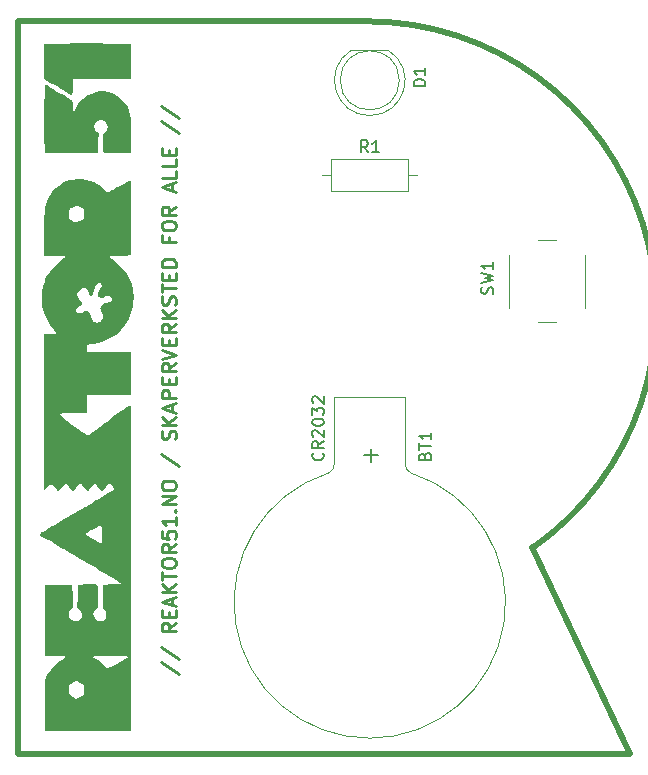
<source format=gbr>
%TF.GenerationSoftware,KiCad,Pcbnew,8.0.1-8.0.1-0~ubuntu20.04.1*%
%TF.CreationDate,2024-04-11T23:30:55+02:00*%
%TF.ProjectId,reaktor51_led,7265616b-746f-4723-9531-5f6c65642e6b,rev?*%
%TF.SameCoordinates,Original*%
%TF.FileFunction,Legend,Top*%
%TF.FilePolarity,Positive*%
%FSLAX46Y46*%
G04 Gerber Fmt 4.6, Leading zero omitted, Abs format (unit mm)*
G04 Created by KiCad (PCBNEW 8.0.1-8.0.1-0~ubuntu20.04.1) date 2024-04-11 23:30:55*
%MOMM*%
%LPD*%
G01*
G04 APERTURE LIST*
%ADD10C,0.500000*%
%ADD11C,0.200000*%
%ADD12C,0.220000*%
%ADD13C,0.150000*%
%ADD14C,0.120000*%
%ADD15C,0.000000*%
G04 APERTURE END LIST*
D10*
X183250000Y-108500000D02*
X174999856Y-91000068D01*
X161000000Y-46500000D02*
G75*
G02*
X175049828Y-91071182I0J-24500000D01*
G01*
X131500000Y-108500000D02*
X183250000Y-108500000D01*
X131500000Y-46500000D02*
X161000000Y-46500000D01*
X131500000Y-108500000D02*
X131500000Y-46500000D01*
D11*
X157271980Y-83058898D02*
X157319600Y-83106517D01*
X157319600Y-83106517D02*
X157367219Y-83249374D01*
X157367219Y-83249374D02*
X157367219Y-83344612D01*
X157367219Y-83344612D02*
X157319600Y-83487469D01*
X157319600Y-83487469D02*
X157224361Y-83582707D01*
X157224361Y-83582707D02*
X157129123Y-83630326D01*
X157129123Y-83630326D02*
X156938647Y-83677945D01*
X156938647Y-83677945D02*
X156795790Y-83677945D01*
X156795790Y-83677945D02*
X156605314Y-83630326D01*
X156605314Y-83630326D02*
X156510076Y-83582707D01*
X156510076Y-83582707D02*
X156414838Y-83487469D01*
X156414838Y-83487469D02*
X156367219Y-83344612D01*
X156367219Y-83344612D02*
X156367219Y-83249374D01*
X156367219Y-83249374D02*
X156414838Y-83106517D01*
X156414838Y-83106517D02*
X156462457Y-83058898D01*
X157367219Y-82058898D02*
X156891028Y-82392231D01*
X157367219Y-82630326D02*
X156367219Y-82630326D01*
X156367219Y-82630326D02*
X156367219Y-82249374D01*
X156367219Y-82249374D02*
X156414838Y-82154136D01*
X156414838Y-82154136D02*
X156462457Y-82106517D01*
X156462457Y-82106517D02*
X156557695Y-82058898D01*
X156557695Y-82058898D02*
X156700552Y-82058898D01*
X156700552Y-82058898D02*
X156795790Y-82106517D01*
X156795790Y-82106517D02*
X156843409Y-82154136D01*
X156843409Y-82154136D02*
X156891028Y-82249374D01*
X156891028Y-82249374D02*
X156891028Y-82630326D01*
X156462457Y-81677945D02*
X156414838Y-81630326D01*
X156414838Y-81630326D02*
X156367219Y-81535088D01*
X156367219Y-81535088D02*
X156367219Y-81296993D01*
X156367219Y-81296993D02*
X156414838Y-81201755D01*
X156414838Y-81201755D02*
X156462457Y-81154136D01*
X156462457Y-81154136D02*
X156557695Y-81106517D01*
X156557695Y-81106517D02*
X156652933Y-81106517D01*
X156652933Y-81106517D02*
X156795790Y-81154136D01*
X156795790Y-81154136D02*
X157367219Y-81725564D01*
X157367219Y-81725564D02*
X157367219Y-81106517D01*
X156367219Y-80487469D02*
X156367219Y-80392231D01*
X156367219Y-80392231D02*
X156414838Y-80296993D01*
X156414838Y-80296993D02*
X156462457Y-80249374D01*
X156462457Y-80249374D02*
X156557695Y-80201755D01*
X156557695Y-80201755D02*
X156748171Y-80154136D01*
X156748171Y-80154136D02*
X156986266Y-80154136D01*
X156986266Y-80154136D02*
X157176742Y-80201755D01*
X157176742Y-80201755D02*
X157271980Y-80249374D01*
X157271980Y-80249374D02*
X157319600Y-80296993D01*
X157319600Y-80296993D02*
X157367219Y-80392231D01*
X157367219Y-80392231D02*
X157367219Y-80487469D01*
X157367219Y-80487469D02*
X157319600Y-80582707D01*
X157319600Y-80582707D02*
X157271980Y-80630326D01*
X157271980Y-80630326D02*
X157176742Y-80677945D01*
X157176742Y-80677945D02*
X156986266Y-80725564D01*
X156986266Y-80725564D02*
X156748171Y-80725564D01*
X156748171Y-80725564D02*
X156557695Y-80677945D01*
X156557695Y-80677945D02*
X156462457Y-80630326D01*
X156462457Y-80630326D02*
X156414838Y-80582707D01*
X156414838Y-80582707D02*
X156367219Y-80487469D01*
X156367219Y-79820802D02*
X156367219Y-79201755D01*
X156367219Y-79201755D02*
X156748171Y-79535088D01*
X156748171Y-79535088D02*
X156748171Y-79392231D01*
X156748171Y-79392231D02*
X156795790Y-79296993D01*
X156795790Y-79296993D02*
X156843409Y-79249374D01*
X156843409Y-79249374D02*
X156938647Y-79201755D01*
X156938647Y-79201755D02*
X157176742Y-79201755D01*
X157176742Y-79201755D02*
X157271980Y-79249374D01*
X157271980Y-79249374D02*
X157319600Y-79296993D01*
X157319600Y-79296993D02*
X157367219Y-79392231D01*
X157367219Y-79392231D02*
X157367219Y-79677945D01*
X157367219Y-79677945D02*
X157319600Y-79773183D01*
X157319600Y-79773183D02*
X157271980Y-79820802D01*
X156462457Y-78820802D02*
X156414838Y-78773183D01*
X156414838Y-78773183D02*
X156367219Y-78677945D01*
X156367219Y-78677945D02*
X156367219Y-78439850D01*
X156367219Y-78439850D02*
X156414838Y-78344612D01*
X156414838Y-78344612D02*
X156462457Y-78296993D01*
X156462457Y-78296993D02*
X156557695Y-78249374D01*
X156557695Y-78249374D02*
X156652933Y-78249374D01*
X156652933Y-78249374D02*
X156795790Y-78296993D01*
X156795790Y-78296993D02*
X157367219Y-78868421D01*
X157367219Y-78868421D02*
X157367219Y-78249374D01*
D12*
X143584560Y-100712406D02*
X145127417Y-101740978D01*
X143584560Y-99455263D02*
X145127417Y-100483835D01*
X144841702Y-97455263D02*
X144270274Y-97855263D01*
X144841702Y-98140977D02*
X143641702Y-98140977D01*
X143641702Y-98140977D02*
X143641702Y-97683834D01*
X143641702Y-97683834D02*
X143698845Y-97569549D01*
X143698845Y-97569549D02*
X143755988Y-97512406D01*
X143755988Y-97512406D02*
X143870274Y-97455263D01*
X143870274Y-97455263D02*
X144041702Y-97455263D01*
X144041702Y-97455263D02*
X144155988Y-97512406D01*
X144155988Y-97512406D02*
X144213131Y-97569549D01*
X144213131Y-97569549D02*
X144270274Y-97683834D01*
X144270274Y-97683834D02*
X144270274Y-98140977D01*
X144213131Y-96940977D02*
X144213131Y-96540977D01*
X144841702Y-96369549D02*
X144841702Y-96940977D01*
X144841702Y-96940977D02*
X143641702Y-96940977D01*
X143641702Y-96940977D02*
X143641702Y-96369549D01*
X144498845Y-95912406D02*
X144498845Y-95340978D01*
X144841702Y-96026692D02*
X143641702Y-95626692D01*
X143641702Y-95626692D02*
X144841702Y-95226692D01*
X144841702Y-94826692D02*
X143641702Y-94826692D01*
X144841702Y-94140978D02*
X144155988Y-94655264D01*
X143641702Y-94140978D02*
X144327417Y-94826692D01*
X143641702Y-93798121D02*
X143641702Y-93112407D01*
X144841702Y-93455264D02*
X143641702Y-93455264D01*
X143641702Y-92483835D02*
X143641702Y-92255263D01*
X143641702Y-92255263D02*
X143698845Y-92140978D01*
X143698845Y-92140978D02*
X143813131Y-92026692D01*
X143813131Y-92026692D02*
X144041702Y-91969549D01*
X144041702Y-91969549D02*
X144441702Y-91969549D01*
X144441702Y-91969549D02*
X144670274Y-92026692D01*
X144670274Y-92026692D02*
X144784560Y-92140978D01*
X144784560Y-92140978D02*
X144841702Y-92255263D01*
X144841702Y-92255263D02*
X144841702Y-92483835D01*
X144841702Y-92483835D02*
X144784560Y-92598121D01*
X144784560Y-92598121D02*
X144670274Y-92712406D01*
X144670274Y-92712406D02*
X144441702Y-92769549D01*
X144441702Y-92769549D02*
X144041702Y-92769549D01*
X144041702Y-92769549D02*
X143813131Y-92712406D01*
X143813131Y-92712406D02*
X143698845Y-92598121D01*
X143698845Y-92598121D02*
X143641702Y-92483835D01*
X144841702Y-90769549D02*
X144270274Y-91169549D01*
X144841702Y-91455263D02*
X143641702Y-91455263D01*
X143641702Y-91455263D02*
X143641702Y-90998120D01*
X143641702Y-90998120D02*
X143698845Y-90883835D01*
X143698845Y-90883835D02*
X143755988Y-90826692D01*
X143755988Y-90826692D02*
X143870274Y-90769549D01*
X143870274Y-90769549D02*
X144041702Y-90769549D01*
X144041702Y-90769549D02*
X144155988Y-90826692D01*
X144155988Y-90826692D02*
X144213131Y-90883835D01*
X144213131Y-90883835D02*
X144270274Y-90998120D01*
X144270274Y-90998120D02*
X144270274Y-91455263D01*
X143641702Y-89683835D02*
X143641702Y-90255263D01*
X143641702Y-90255263D02*
X144213131Y-90312406D01*
X144213131Y-90312406D02*
X144155988Y-90255263D01*
X144155988Y-90255263D02*
X144098845Y-90140978D01*
X144098845Y-90140978D02*
X144098845Y-89855263D01*
X144098845Y-89855263D02*
X144155988Y-89740978D01*
X144155988Y-89740978D02*
X144213131Y-89683835D01*
X144213131Y-89683835D02*
X144327417Y-89626692D01*
X144327417Y-89626692D02*
X144613131Y-89626692D01*
X144613131Y-89626692D02*
X144727417Y-89683835D01*
X144727417Y-89683835D02*
X144784560Y-89740978D01*
X144784560Y-89740978D02*
X144841702Y-89855263D01*
X144841702Y-89855263D02*
X144841702Y-90140978D01*
X144841702Y-90140978D02*
X144784560Y-90255263D01*
X144784560Y-90255263D02*
X144727417Y-90312406D01*
X144841702Y-88483835D02*
X144841702Y-89169549D01*
X144841702Y-88826692D02*
X143641702Y-88826692D01*
X143641702Y-88826692D02*
X143813131Y-88940978D01*
X143813131Y-88940978D02*
X143927417Y-89055263D01*
X143927417Y-89055263D02*
X143984560Y-89169549D01*
X144727417Y-87969549D02*
X144784560Y-87912406D01*
X144784560Y-87912406D02*
X144841702Y-87969549D01*
X144841702Y-87969549D02*
X144784560Y-88026692D01*
X144784560Y-88026692D02*
X144727417Y-87969549D01*
X144727417Y-87969549D02*
X144841702Y-87969549D01*
X144841702Y-87398120D02*
X143641702Y-87398120D01*
X143641702Y-87398120D02*
X144841702Y-86712406D01*
X144841702Y-86712406D02*
X143641702Y-86712406D01*
X143641702Y-85912406D02*
X143641702Y-85683834D01*
X143641702Y-85683834D02*
X143698845Y-85569549D01*
X143698845Y-85569549D02*
X143813131Y-85455263D01*
X143813131Y-85455263D02*
X144041702Y-85398120D01*
X144041702Y-85398120D02*
X144441702Y-85398120D01*
X144441702Y-85398120D02*
X144670274Y-85455263D01*
X144670274Y-85455263D02*
X144784560Y-85569549D01*
X144784560Y-85569549D02*
X144841702Y-85683834D01*
X144841702Y-85683834D02*
X144841702Y-85912406D01*
X144841702Y-85912406D02*
X144784560Y-86026692D01*
X144784560Y-86026692D02*
X144670274Y-86140977D01*
X144670274Y-86140977D02*
X144441702Y-86198120D01*
X144441702Y-86198120D02*
X144041702Y-86198120D01*
X144041702Y-86198120D02*
X143813131Y-86140977D01*
X143813131Y-86140977D02*
X143698845Y-86026692D01*
X143698845Y-86026692D02*
X143641702Y-85912406D01*
X143584560Y-83112405D02*
X145127417Y-84140977D01*
X144784560Y-81855262D02*
X144841702Y-81683834D01*
X144841702Y-81683834D02*
X144841702Y-81398119D01*
X144841702Y-81398119D02*
X144784560Y-81283834D01*
X144784560Y-81283834D02*
X144727417Y-81226691D01*
X144727417Y-81226691D02*
X144613131Y-81169548D01*
X144613131Y-81169548D02*
X144498845Y-81169548D01*
X144498845Y-81169548D02*
X144384560Y-81226691D01*
X144384560Y-81226691D02*
X144327417Y-81283834D01*
X144327417Y-81283834D02*
X144270274Y-81398119D01*
X144270274Y-81398119D02*
X144213131Y-81626691D01*
X144213131Y-81626691D02*
X144155988Y-81740976D01*
X144155988Y-81740976D02*
X144098845Y-81798119D01*
X144098845Y-81798119D02*
X143984560Y-81855262D01*
X143984560Y-81855262D02*
X143870274Y-81855262D01*
X143870274Y-81855262D02*
X143755988Y-81798119D01*
X143755988Y-81798119D02*
X143698845Y-81740976D01*
X143698845Y-81740976D02*
X143641702Y-81626691D01*
X143641702Y-81626691D02*
X143641702Y-81340976D01*
X143641702Y-81340976D02*
X143698845Y-81169548D01*
X144841702Y-80655262D02*
X143641702Y-80655262D01*
X144841702Y-79969548D02*
X144155988Y-80483834D01*
X143641702Y-79969548D02*
X144327417Y-80655262D01*
X144498845Y-79512405D02*
X144498845Y-78940977D01*
X144841702Y-79626691D02*
X143641702Y-79226691D01*
X143641702Y-79226691D02*
X144841702Y-78826691D01*
X144841702Y-78426691D02*
X143641702Y-78426691D01*
X143641702Y-78426691D02*
X143641702Y-77969548D01*
X143641702Y-77969548D02*
X143698845Y-77855263D01*
X143698845Y-77855263D02*
X143755988Y-77798120D01*
X143755988Y-77798120D02*
X143870274Y-77740977D01*
X143870274Y-77740977D02*
X144041702Y-77740977D01*
X144041702Y-77740977D02*
X144155988Y-77798120D01*
X144155988Y-77798120D02*
X144213131Y-77855263D01*
X144213131Y-77855263D02*
X144270274Y-77969548D01*
X144270274Y-77969548D02*
X144270274Y-78426691D01*
X144213131Y-77226691D02*
X144213131Y-76826691D01*
X144841702Y-76655263D02*
X144841702Y-77226691D01*
X144841702Y-77226691D02*
X143641702Y-77226691D01*
X143641702Y-77226691D02*
X143641702Y-76655263D01*
X144841702Y-75455263D02*
X144270274Y-75855263D01*
X144841702Y-76140977D02*
X143641702Y-76140977D01*
X143641702Y-76140977D02*
X143641702Y-75683834D01*
X143641702Y-75683834D02*
X143698845Y-75569549D01*
X143698845Y-75569549D02*
X143755988Y-75512406D01*
X143755988Y-75512406D02*
X143870274Y-75455263D01*
X143870274Y-75455263D02*
X144041702Y-75455263D01*
X144041702Y-75455263D02*
X144155988Y-75512406D01*
X144155988Y-75512406D02*
X144213131Y-75569549D01*
X144213131Y-75569549D02*
X144270274Y-75683834D01*
X144270274Y-75683834D02*
X144270274Y-76140977D01*
X143641702Y-75112406D02*
X144841702Y-74712406D01*
X144841702Y-74712406D02*
X143641702Y-74312406D01*
X144213131Y-73912406D02*
X144213131Y-73512406D01*
X144841702Y-73340978D02*
X144841702Y-73912406D01*
X144841702Y-73912406D02*
X143641702Y-73912406D01*
X143641702Y-73912406D02*
X143641702Y-73340978D01*
X144841702Y-72140978D02*
X144270274Y-72540978D01*
X144841702Y-72826692D02*
X143641702Y-72826692D01*
X143641702Y-72826692D02*
X143641702Y-72369549D01*
X143641702Y-72369549D02*
X143698845Y-72255264D01*
X143698845Y-72255264D02*
X143755988Y-72198121D01*
X143755988Y-72198121D02*
X143870274Y-72140978D01*
X143870274Y-72140978D02*
X144041702Y-72140978D01*
X144041702Y-72140978D02*
X144155988Y-72198121D01*
X144155988Y-72198121D02*
X144213131Y-72255264D01*
X144213131Y-72255264D02*
X144270274Y-72369549D01*
X144270274Y-72369549D02*
X144270274Y-72826692D01*
X144841702Y-71626692D02*
X143641702Y-71626692D01*
X144841702Y-70940978D02*
X144155988Y-71455264D01*
X143641702Y-70940978D02*
X144327417Y-71626692D01*
X144784560Y-70483835D02*
X144841702Y-70312407D01*
X144841702Y-70312407D02*
X144841702Y-70026692D01*
X144841702Y-70026692D02*
X144784560Y-69912407D01*
X144784560Y-69912407D02*
X144727417Y-69855264D01*
X144727417Y-69855264D02*
X144613131Y-69798121D01*
X144613131Y-69798121D02*
X144498845Y-69798121D01*
X144498845Y-69798121D02*
X144384560Y-69855264D01*
X144384560Y-69855264D02*
X144327417Y-69912407D01*
X144327417Y-69912407D02*
X144270274Y-70026692D01*
X144270274Y-70026692D02*
X144213131Y-70255264D01*
X144213131Y-70255264D02*
X144155988Y-70369549D01*
X144155988Y-70369549D02*
X144098845Y-70426692D01*
X144098845Y-70426692D02*
X143984560Y-70483835D01*
X143984560Y-70483835D02*
X143870274Y-70483835D01*
X143870274Y-70483835D02*
X143755988Y-70426692D01*
X143755988Y-70426692D02*
X143698845Y-70369549D01*
X143698845Y-70369549D02*
X143641702Y-70255264D01*
X143641702Y-70255264D02*
X143641702Y-69969549D01*
X143641702Y-69969549D02*
X143698845Y-69798121D01*
X143641702Y-69455264D02*
X143641702Y-68769550D01*
X144841702Y-69112407D02*
X143641702Y-69112407D01*
X144213131Y-68369549D02*
X144213131Y-67969549D01*
X144841702Y-67798121D02*
X144841702Y-68369549D01*
X144841702Y-68369549D02*
X143641702Y-68369549D01*
X143641702Y-68369549D02*
X143641702Y-67798121D01*
X144841702Y-67283835D02*
X143641702Y-67283835D01*
X143641702Y-67283835D02*
X143641702Y-66998121D01*
X143641702Y-66998121D02*
X143698845Y-66826692D01*
X143698845Y-66826692D02*
X143813131Y-66712407D01*
X143813131Y-66712407D02*
X143927417Y-66655264D01*
X143927417Y-66655264D02*
X144155988Y-66598121D01*
X144155988Y-66598121D02*
X144327417Y-66598121D01*
X144327417Y-66598121D02*
X144555988Y-66655264D01*
X144555988Y-66655264D02*
X144670274Y-66712407D01*
X144670274Y-66712407D02*
X144784560Y-66826692D01*
X144784560Y-66826692D02*
X144841702Y-66998121D01*
X144841702Y-66998121D02*
X144841702Y-67283835D01*
X144213131Y-64769549D02*
X144213131Y-65169549D01*
X144841702Y-65169549D02*
X143641702Y-65169549D01*
X143641702Y-65169549D02*
X143641702Y-64598121D01*
X143641702Y-63912407D02*
X143641702Y-63683835D01*
X143641702Y-63683835D02*
X143698845Y-63569550D01*
X143698845Y-63569550D02*
X143813131Y-63455264D01*
X143813131Y-63455264D02*
X144041702Y-63398121D01*
X144041702Y-63398121D02*
X144441702Y-63398121D01*
X144441702Y-63398121D02*
X144670274Y-63455264D01*
X144670274Y-63455264D02*
X144784560Y-63569550D01*
X144784560Y-63569550D02*
X144841702Y-63683835D01*
X144841702Y-63683835D02*
X144841702Y-63912407D01*
X144841702Y-63912407D02*
X144784560Y-64026693D01*
X144784560Y-64026693D02*
X144670274Y-64140978D01*
X144670274Y-64140978D02*
X144441702Y-64198121D01*
X144441702Y-64198121D02*
X144041702Y-64198121D01*
X144041702Y-64198121D02*
X143813131Y-64140978D01*
X143813131Y-64140978D02*
X143698845Y-64026693D01*
X143698845Y-64026693D02*
X143641702Y-63912407D01*
X144841702Y-62198121D02*
X144270274Y-62598121D01*
X144841702Y-62883835D02*
X143641702Y-62883835D01*
X143641702Y-62883835D02*
X143641702Y-62426692D01*
X143641702Y-62426692D02*
X143698845Y-62312407D01*
X143698845Y-62312407D02*
X143755988Y-62255264D01*
X143755988Y-62255264D02*
X143870274Y-62198121D01*
X143870274Y-62198121D02*
X144041702Y-62198121D01*
X144041702Y-62198121D02*
X144155988Y-62255264D01*
X144155988Y-62255264D02*
X144213131Y-62312407D01*
X144213131Y-62312407D02*
X144270274Y-62426692D01*
X144270274Y-62426692D02*
X144270274Y-62883835D01*
X144498845Y-60826692D02*
X144498845Y-60255264D01*
X144841702Y-60940978D02*
X143641702Y-60540978D01*
X143641702Y-60540978D02*
X144841702Y-60140978D01*
X144841702Y-59169550D02*
X144841702Y-59740978D01*
X144841702Y-59740978D02*
X143641702Y-59740978D01*
X144841702Y-58198121D02*
X144841702Y-58769549D01*
X144841702Y-58769549D02*
X143641702Y-58769549D01*
X144213131Y-57798120D02*
X144213131Y-57398120D01*
X144841702Y-57226692D02*
X144841702Y-57798120D01*
X144841702Y-57798120D02*
X143641702Y-57798120D01*
X143641702Y-57798120D02*
X143641702Y-57226692D01*
X143584560Y-54940977D02*
X145127417Y-55969549D01*
X143584560Y-53683834D02*
X145127417Y-54712406D01*
D13*
X161083333Y-57584819D02*
X160750000Y-57108628D01*
X160511905Y-57584819D02*
X160511905Y-56584819D01*
X160511905Y-56584819D02*
X160892857Y-56584819D01*
X160892857Y-56584819D02*
X160988095Y-56632438D01*
X160988095Y-56632438D02*
X161035714Y-56680057D01*
X161035714Y-56680057D02*
X161083333Y-56775295D01*
X161083333Y-56775295D02*
X161083333Y-56918152D01*
X161083333Y-56918152D02*
X161035714Y-57013390D01*
X161035714Y-57013390D02*
X160988095Y-57061009D01*
X160988095Y-57061009D02*
X160892857Y-57108628D01*
X160892857Y-57108628D02*
X160511905Y-57108628D01*
X162035714Y-57584819D02*
X161464286Y-57584819D01*
X161750000Y-57584819D02*
X161750000Y-56584819D01*
X161750000Y-56584819D02*
X161654762Y-56727676D01*
X161654762Y-56727676D02*
X161559524Y-56822914D01*
X161559524Y-56822914D02*
X161464286Y-56870533D01*
X171657200Y-69583332D02*
X171704819Y-69440475D01*
X171704819Y-69440475D02*
X171704819Y-69202380D01*
X171704819Y-69202380D02*
X171657200Y-69107142D01*
X171657200Y-69107142D02*
X171609580Y-69059523D01*
X171609580Y-69059523D02*
X171514342Y-69011904D01*
X171514342Y-69011904D02*
X171419104Y-69011904D01*
X171419104Y-69011904D02*
X171323866Y-69059523D01*
X171323866Y-69059523D02*
X171276247Y-69107142D01*
X171276247Y-69107142D02*
X171228628Y-69202380D01*
X171228628Y-69202380D02*
X171181009Y-69392856D01*
X171181009Y-69392856D02*
X171133390Y-69488094D01*
X171133390Y-69488094D02*
X171085771Y-69535713D01*
X171085771Y-69535713D02*
X170990533Y-69583332D01*
X170990533Y-69583332D02*
X170895295Y-69583332D01*
X170895295Y-69583332D02*
X170800057Y-69535713D01*
X170800057Y-69535713D02*
X170752438Y-69488094D01*
X170752438Y-69488094D02*
X170704819Y-69392856D01*
X170704819Y-69392856D02*
X170704819Y-69154761D01*
X170704819Y-69154761D02*
X170752438Y-69011904D01*
X170704819Y-68678570D02*
X171704819Y-68440475D01*
X171704819Y-68440475D02*
X170990533Y-68249999D01*
X170990533Y-68249999D02*
X171704819Y-68059523D01*
X171704819Y-68059523D02*
X170704819Y-67821428D01*
X171704819Y-66916666D02*
X171704819Y-67488094D01*
X171704819Y-67202380D02*
X170704819Y-67202380D01*
X170704819Y-67202380D02*
X170847676Y-67297618D01*
X170847676Y-67297618D02*
X170942914Y-67392856D01*
X170942914Y-67392856D02*
X170990533Y-67488094D01*
X165954819Y-51988094D02*
X164954819Y-51988094D01*
X164954819Y-51988094D02*
X164954819Y-51749999D01*
X164954819Y-51749999D02*
X165002438Y-51607142D01*
X165002438Y-51607142D02*
X165097676Y-51511904D01*
X165097676Y-51511904D02*
X165192914Y-51464285D01*
X165192914Y-51464285D02*
X165383390Y-51416666D01*
X165383390Y-51416666D02*
X165526247Y-51416666D01*
X165526247Y-51416666D02*
X165716723Y-51464285D01*
X165716723Y-51464285D02*
X165811961Y-51511904D01*
X165811961Y-51511904D02*
X165907200Y-51607142D01*
X165907200Y-51607142D02*
X165954819Y-51749999D01*
X165954819Y-51749999D02*
X165954819Y-51988094D01*
X165954819Y-50464285D02*
X165954819Y-51035713D01*
X165954819Y-50749999D02*
X164954819Y-50749999D01*
X164954819Y-50749999D02*
X165097676Y-50845237D01*
X165097676Y-50845237D02*
X165192914Y-50940475D01*
X165192914Y-50940475D02*
X165240533Y-51035713D01*
X165931009Y-83285714D02*
X165978628Y-83142857D01*
X165978628Y-83142857D02*
X166026247Y-83095238D01*
X166026247Y-83095238D02*
X166121485Y-83047619D01*
X166121485Y-83047619D02*
X166264342Y-83047619D01*
X166264342Y-83047619D02*
X166359580Y-83095238D01*
X166359580Y-83095238D02*
X166407200Y-83142857D01*
X166407200Y-83142857D02*
X166454819Y-83238095D01*
X166454819Y-83238095D02*
X166454819Y-83619047D01*
X166454819Y-83619047D02*
X165454819Y-83619047D01*
X165454819Y-83619047D02*
X165454819Y-83285714D01*
X165454819Y-83285714D02*
X165502438Y-83190476D01*
X165502438Y-83190476D02*
X165550057Y-83142857D01*
X165550057Y-83142857D02*
X165645295Y-83095238D01*
X165645295Y-83095238D02*
X165740533Y-83095238D01*
X165740533Y-83095238D02*
X165835771Y-83142857D01*
X165835771Y-83142857D02*
X165883390Y-83190476D01*
X165883390Y-83190476D02*
X165931009Y-83285714D01*
X165931009Y-83285714D02*
X165931009Y-83619047D01*
X165454819Y-82761904D02*
X165454819Y-82190476D01*
X166454819Y-82476190D02*
X165454819Y-82476190D01*
X166454819Y-81333333D02*
X166454819Y-81904761D01*
X166454819Y-81619047D02*
X165454819Y-81619047D01*
X165454819Y-81619047D02*
X165597676Y-81714285D01*
X165597676Y-81714285D02*
X165692914Y-81809523D01*
X165692914Y-81809523D02*
X165740533Y-81904761D01*
X161364700Y-83821428D02*
X161364700Y-82678571D01*
X161936128Y-83249999D02*
X160793271Y-83249999D01*
D14*
%TO.C,R1*%
X164520000Y-58130000D02*
X157980000Y-58130000D01*
X157980000Y-60870000D02*
X164520000Y-60870000D01*
X164520000Y-60870000D02*
X164520000Y-58130000D01*
X157980000Y-58130000D02*
X157980000Y-60870000D01*
X157210000Y-59500000D02*
X157980000Y-59500000D01*
X165290000Y-59500000D02*
X164520000Y-59500000D01*
%TO.C,SW1*%
X177000000Y-65000000D02*
X175500000Y-65000000D01*
X173000000Y-66250000D02*
X173000000Y-70750000D01*
X175500000Y-72000000D02*
X177000000Y-72000000D01*
X179500000Y-70750000D02*
X179500000Y-66250000D01*
%TO.C,D1*%
X163750000Y-51495000D02*
G75*
G02*
X158750000Y-51495000I-2500000J0D01*
G01*
X158750000Y-51495000D02*
G75*
G02*
X163750000Y-51495000I2500000J0D01*
G01*
X162794830Y-48935001D02*
G75*
G02*
X161249538Y-54484999I-1544830J-2559999D01*
G01*
X161250462Y-54485000D02*
G75*
G02*
X159705170Y-48935000I-462J2990000D01*
G01*
X162795000Y-48935000D02*
X159705000Y-48935000D01*
%TO.C,BT1*%
X158250000Y-78300000D02*
X158250000Y-84000000D01*
X158250000Y-78300000D02*
X164250000Y-78300000D01*
X164250000Y-78300000D02*
X164250000Y-84000000D01*
X164750000Y-84750001D02*
G75*
G02*
X161250000Y-107195670I-3499989J-10949955D01*
G01*
X161250000Y-107195671D02*
G75*
G02*
X157750000Y-84750000I-11J11495715D01*
G01*
X164750000Y-84750000D02*
G75*
G02*
X164250000Y-84000000I312500J750000D01*
G01*
X158250000Y-84000000D02*
G75*
G02*
X157750000Y-84750000I-812500J0D01*
G01*
D15*
%TO.C,G\u002A\u002A\u002A*%
G36*
X137324934Y-59921111D02*
G01*
X137586677Y-59983838D01*
X137877778Y-60095653D01*
X138188677Y-60268416D01*
X138494644Y-60486409D01*
X138770949Y-60733917D01*
X138777653Y-60740746D01*
X138893029Y-60852108D01*
X138988636Y-60932533D01*
X139044745Y-60965511D01*
X139046377Y-60965620D01*
X139087239Y-60956989D01*
X139159322Y-60927445D01*
X139273761Y-60871510D01*
X139441693Y-60783706D01*
X139674251Y-60658554D01*
X139710209Y-60639040D01*
X140099426Y-60429026D01*
X140414930Y-60261860D01*
X140659755Y-60136011D01*
X140836936Y-60049948D01*
X140949508Y-60002138D01*
X140995370Y-59990402D01*
X141008993Y-59996403D01*
X141020690Y-60018386D01*
X141030570Y-60062320D01*
X141038743Y-60134174D01*
X141045317Y-60239919D01*
X141050404Y-60385524D01*
X141054111Y-60576957D01*
X141056549Y-60820189D01*
X141057828Y-61121189D01*
X141058056Y-61485927D01*
X141057344Y-61920372D01*
X141055802Y-62430492D01*
X141053538Y-63022259D01*
X141053078Y-63134029D01*
X141050518Y-63654059D01*
X141047298Y-64148046D01*
X141043515Y-64608855D01*
X141039265Y-65029349D01*
X141034643Y-65402393D01*
X141029746Y-65720851D01*
X141024669Y-65977586D01*
X141019508Y-66165463D01*
X141014359Y-66277346D01*
X141010440Y-66307242D01*
X140958511Y-66316561D01*
X140832846Y-66324054D01*
X140648355Y-66329275D01*
X140419948Y-66331774D01*
X140204593Y-66331441D01*
X139870663Y-66330897D01*
X139615980Y-66335146D01*
X139431217Y-66345165D01*
X139307047Y-66361933D01*
X139234144Y-66386426D01*
X139203179Y-66419625D01*
X139200436Y-66436735D01*
X139236753Y-66489432D01*
X139326027Y-66549652D01*
X139344721Y-66559017D01*
X139445538Y-66618784D01*
X139588108Y-66717904D01*
X139746725Y-66838205D01*
X139799084Y-66880169D01*
X140224583Y-67280100D01*
X140582476Y-67728359D01*
X140869478Y-68216340D01*
X141082305Y-68735439D01*
X141217672Y-69277048D01*
X141272296Y-69832562D01*
X141242891Y-70393376D01*
X141212970Y-70584817D01*
X141063009Y-71170978D01*
X140839026Y-71712328D01*
X140545749Y-72204156D01*
X140187904Y-72641747D01*
X139770216Y-73020389D01*
X139297414Y-73335369D01*
X138774222Y-73581973D01*
X138205368Y-73755490D01*
X138174437Y-73761767D01*
X137989300Y-73799335D01*
X137799526Y-73829920D01*
X137625436Y-73852813D01*
X137499437Y-73863857D01*
X137482722Y-73864280D01*
X137338656Y-73865096D01*
X137338656Y-74174907D01*
X137338656Y-74484717D01*
X139189354Y-74496285D01*
X141040052Y-74507854D01*
X141051640Y-76266224D01*
X141054258Y-76712490D01*
X141055487Y-77078369D01*
X141055064Y-77372123D01*
X141052723Y-77602013D01*
X141048200Y-77776303D01*
X141041230Y-77903254D01*
X141031548Y-77991128D01*
X141018890Y-78048187D01*
X141002990Y-78082693D01*
X140993063Y-78094758D01*
X140966980Y-78112424D01*
X140922020Y-78126903D01*
X140850028Y-78138502D01*
X140742851Y-78147528D01*
X140592335Y-78154288D01*
X140390325Y-78159091D01*
X140128668Y-78162244D01*
X139799209Y-78164053D01*
X139393794Y-78164826D01*
X139131850Y-78164922D01*
X137340800Y-78164922D01*
X137328646Y-78907417D01*
X137316492Y-79649913D01*
X136333750Y-79668513D01*
X136145454Y-79672077D01*
X135755576Y-79680818D01*
X135449244Y-79690848D01*
X135221353Y-79702484D01*
X135066799Y-79716043D01*
X134980476Y-79731842D01*
X134957240Y-79745882D01*
X134984637Y-79789464D01*
X135071580Y-79874620D01*
X135206006Y-79990652D01*
X135375853Y-80126863D01*
X135457025Y-80189163D01*
X135651633Y-80337336D01*
X135830118Y-80474588D01*
X135976029Y-80588173D01*
X136072915Y-80665344D01*
X136091138Y-80680487D01*
X136180587Y-80747820D01*
X136243376Y-80779809D01*
X136247418Y-80780225D01*
X136304604Y-80809850D01*
X136358238Y-80859549D01*
X136431307Y-80926654D01*
X136552770Y-81024246D01*
X136705876Y-81140327D01*
X136873872Y-81262895D01*
X137040005Y-81379952D01*
X137187523Y-81479497D01*
X137299672Y-81549531D01*
X137359701Y-81578053D01*
X137361515Y-81578185D01*
X137409673Y-81553048D01*
X137514945Y-81484192D01*
X137663793Y-81381450D01*
X137842677Y-81254656D01*
X138038056Y-81113644D01*
X138236392Y-80968247D01*
X138424145Y-80828298D01*
X138587774Y-80703632D01*
X138713741Y-80604080D01*
X138777876Y-80549519D01*
X138854578Y-80487031D01*
X138963963Y-80406008D01*
X138987230Y-80389582D01*
X139097038Y-80311079D01*
X139261180Y-80191546D01*
X139464666Y-80042106D01*
X139692510Y-79873882D01*
X139929720Y-79697996D01*
X140161310Y-79525571D01*
X140372289Y-79367729D01*
X140547670Y-79235594D01*
X140672464Y-79140288D01*
X140704689Y-79115105D01*
X140824514Y-79031611D01*
X140925676Y-78980819D01*
X140970657Y-78972842D01*
X140977312Y-78979833D01*
X140983543Y-79000066D01*
X140989370Y-79036396D01*
X140994807Y-79091679D01*
X140999873Y-79168772D01*
X141004584Y-79270530D01*
X141008958Y-79399811D01*
X141013010Y-79559469D01*
X141016758Y-79752362D01*
X141020220Y-79981346D01*
X141023411Y-80249277D01*
X141026349Y-80559010D01*
X141029050Y-80913403D01*
X141031532Y-81315311D01*
X141033812Y-81767591D01*
X141035906Y-82273099D01*
X141037831Y-82834691D01*
X141039605Y-83455223D01*
X141041244Y-84137552D01*
X141042764Y-84884533D01*
X141044184Y-85699023D01*
X141045520Y-86583878D01*
X141046789Y-87541955D01*
X141048008Y-88576109D01*
X141049193Y-89689197D01*
X141050362Y-90884075D01*
X141051531Y-92163599D01*
X141052007Y-92705145D01*
X141052888Y-93803363D01*
X141053599Y-94879089D01*
X141054143Y-95928916D01*
X141054525Y-96949438D01*
X141054746Y-97937249D01*
X141054809Y-98888942D01*
X141054718Y-99801111D01*
X141054476Y-100670350D01*
X141054085Y-101493251D01*
X141053549Y-102266410D01*
X141052869Y-102986420D01*
X141052051Y-103649873D01*
X141051095Y-104253365D01*
X141050006Y-104793489D01*
X141048786Y-105266837D01*
X141047438Y-105670005D01*
X141045965Y-105999585D01*
X141044370Y-106252172D01*
X141042656Y-106424359D01*
X141040826Y-106512739D01*
X141040016Y-106524080D01*
X141016070Y-106624075D01*
X139073568Y-106618032D01*
X137370993Y-106612736D01*
X136416431Y-106609766D01*
X133725916Y-106601396D01*
X133728209Y-104584468D01*
X133729871Y-104022811D01*
X133733532Y-103546689D01*
X133739268Y-103153003D01*
X133742504Y-103024043D01*
X135748056Y-103024043D01*
X135751670Y-103187879D01*
X135765009Y-103496067D01*
X136090720Y-103680787D01*
X136416431Y-103865507D01*
X136682325Y-103715214D01*
X136820620Y-103639837D01*
X136929000Y-103585901D01*
X136984295Y-103564927D01*
X136984596Y-103564922D01*
X137021007Y-103547262D01*
X137045508Y-103485610D01*
X137060340Y-103366953D01*
X137067743Y-103178282D01*
X137069188Y-103073721D01*
X137069599Y-102889230D01*
X137063041Y-102772922D01*
X137044048Y-102704339D01*
X137007155Y-102663021D01*
X136950785Y-102630511D01*
X136857922Y-102579459D01*
X136806685Y-102545446D01*
X136735568Y-102497069D01*
X136623386Y-102439626D01*
X136508210Y-102390784D01*
X136428113Y-102368206D01*
X136424374Y-102368063D01*
X136336453Y-102392138D01*
X136208095Y-102454366D01*
X136062909Y-102539747D01*
X135924505Y-102633284D01*
X135816492Y-102719979D01*
X135762479Y-102784834D01*
X135760969Y-102789492D01*
X135751318Y-102878572D01*
X135748056Y-103024043D01*
X133742504Y-103024043D01*
X133747155Y-102838651D01*
X133757269Y-102600534D01*
X133769686Y-102435552D01*
X133783162Y-102345899D01*
X133852052Y-102132985D01*
X133961269Y-101881572D01*
X134095434Y-101622129D01*
X134239168Y-101385127D01*
X134336175Y-101250240D01*
X134500952Y-101067595D01*
X134709955Y-100872949D01*
X134936185Y-100688800D01*
X135152644Y-100537645D01*
X135275116Y-100467843D01*
X135390713Y-100398599D01*
X135463710Y-100332737D01*
X135476821Y-100303819D01*
X137826265Y-100303819D01*
X137863337Y-100366000D01*
X137920431Y-100397211D01*
X138042909Y-100455523D01*
X138208062Y-100560462D01*
X138395107Y-100696744D01*
X138583262Y-100849083D01*
X138751746Y-101002194D01*
X138776868Y-101027131D01*
X138910169Y-101154402D01*
X139003654Y-101223313D01*
X139073568Y-101244187D01*
X139109407Y-101238450D01*
X139183228Y-101206378D01*
X139312442Y-101142531D01*
X139475116Y-101058504D01*
X139649320Y-100965893D01*
X139813121Y-100876294D01*
X139944589Y-100801302D01*
X139998342Y-100768453D01*
X140077324Y-100724223D01*
X140199407Y-100662253D01*
X140257152Y-100634354D01*
X140504782Y-100508362D01*
X140667385Y-100406074D01*
X140744821Y-100327586D01*
X140751920Y-100302428D01*
X140739863Y-100285161D01*
X140698204Y-100271308D01*
X140618711Y-100260521D01*
X140493152Y-100252450D01*
X140313295Y-100246744D01*
X140070908Y-100243055D01*
X139757758Y-100241033D01*
X139365615Y-100240328D01*
X139289092Y-100240314D01*
X138883693Y-100240796D01*
X138558600Y-100242482D01*
X138305469Y-100245735D01*
X138115955Y-100250917D01*
X137981713Y-100258390D01*
X137894398Y-100268517D01*
X137845664Y-100281660D01*
X137827166Y-100298181D01*
X137826265Y-100303819D01*
X135476821Y-100303819D01*
X135476876Y-100303697D01*
X135463773Y-100281038D01*
X135417252Y-100264286D01*
X135326493Y-100252608D01*
X135180678Y-100245169D01*
X134968986Y-100241135D01*
X134680600Y-100239674D01*
X134645724Y-100239636D01*
X134380569Y-100237606D01*
X134144336Y-100232369D01*
X133951981Y-100224535D01*
X133818461Y-100214711D01*
X133758848Y-100203579D01*
X133747509Y-100179370D01*
X133737875Y-100118708D01*
X133729867Y-100016275D01*
X133723408Y-99866750D01*
X133718419Y-99664815D01*
X133714823Y-99405149D01*
X133712542Y-99082434D01*
X133711497Y-98691351D01*
X133711611Y-98226579D01*
X133712806Y-97682799D01*
X133714519Y-97178865D01*
X133725916Y-94189529D01*
X134900611Y-94189529D01*
X136075305Y-94189529D01*
X136087214Y-95195991D01*
X136090685Y-95520356D01*
X136091892Y-95767297D01*
X136090051Y-95948033D01*
X136084377Y-96073784D01*
X136074085Y-96155770D01*
X136058390Y-96205210D01*
X136036507Y-96233324D01*
X136013602Y-96248223D01*
X135906289Y-96343751D01*
X135812783Y-96490727D01*
X135753501Y-96652187D01*
X135742845Y-96738395D01*
X135782020Y-96933465D01*
X135887158Y-97100126D01*
X136039673Y-97225351D01*
X136220980Y-97296115D01*
X136412493Y-97299391D01*
X136504618Y-97272334D01*
X136700370Y-97152763D01*
X136820760Y-96986741D01*
X136850931Y-96894058D01*
X136872062Y-96678100D01*
X136821913Y-96496225D01*
X136693154Y-96324773D01*
X136666397Y-96298289D01*
X136494650Y-96133260D01*
X136506618Y-95161394D01*
X136518586Y-94189529D01*
X137272164Y-94176888D01*
X137528233Y-94174028D01*
X137758673Y-94174136D01*
X137946563Y-94176995D01*
X138074983Y-94182389D01*
X138121236Y-94187749D01*
X138152503Y-94198033D01*
X138176155Y-94218924D01*
X138193345Y-94261659D01*
X138205222Y-94337477D01*
X138212939Y-94457615D01*
X138217646Y-94633313D01*
X138220495Y-94875808D01*
X138222518Y-95176498D01*
X138228307Y-96141744D01*
X138071181Y-96294037D01*
X137922029Y-96486336D01*
X137855899Y-96685951D01*
X137872410Y-96881721D01*
X137971183Y-97062482D01*
X138101393Y-97183215D01*
X138299003Y-97288550D01*
X138487845Y-97308222D01*
X138659723Y-97252706D01*
X138816768Y-97149391D01*
X138908825Y-97024095D01*
X138949603Y-96852661D01*
X138955128Y-96732091D01*
X138951970Y-96578931D01*
X138931268Y-96479900D01*
X138879431Y-96400558D01*
X138789557Y-96312597D01*
X138622482Y-96159389D01*
X138634409Y-95174459D01*
X138646335Y-94189529D01*
X139398813Y-94177330D01*
X139649407Y-94171143D01*
X139869244Y-94161694D01*
X140042926Y-94149968D01*
X140155053Y-94136949D01*
X140189628Y-94126795D01*
X140173826Y-94088134D01*
X140107208Y-94019297D01*
X140012829Y-93939126D01*
X139913745Y-93866465D01*
X139833011Y-93820157D01*
X139805370Y-93812740D01*
X139761941Y-93790878D01*
X139656371Y-93730545D01*
X139502092Y-93639621D01*
X139312539Y-93525986D01*
X139192763Y-93453404D01*
X138975386Y-93321819D01*
X138772458Y-93200140D01*
X138601670Y-93098893D01*
X138491758Y-93035020D01*
X138480716Y-93028603D01*
X138446858Y-93009659D01*
X138321416Y-92939638D01*
X138215496Y-92877657D01*
X138203551Y-92870304D01*
X138123506Y-92820425D01*
X137994593Y-92740104D01*
X137843195Y-92645780D01*
X137826762Y-92635542D01*
X137677654Y-92544929D01*
X137550553Y-92471764D01*
X137470154Y-92430200D01*
X137464199Y-92427772D01*
X137403124Y-92396478D01*
X137280332Y-92327329D01*
X137109899Y-92228468D01*
X136905898Y-92108040D01*
X136732786Y-92004528D01*
X136462962Y-91842843D01*
X136168565Y-91667325D01*
X135879306Y-91495634D01*
X135624892Y-91345427D01*
X135543368Y-91297560D01*
X135334291Y-91174879D01*
X135139156Y-91060061D01*
X134977585Y-90964675D01*
X134869203Y-90900287D01*
X134856283Y-90892536D01*
X134740307Y-90824809D01*
X134648500Y-90774646D01*
X134634642Y-90767800D01*
X134548000Y-90716141D01*
X134523822Y-90697202D01*
X134481236Y-90666253D01*
X134398602Y-90615076D01*
X134267343Y-90538718D01*
X134078880Y-90432232D01*
X133824636Y-90290667D01*
X133694513Y-90218640D01*
X133537780Y-90126497D01*
X133412661Y-90042653D01*
X133338796Y-89980692D01*
X133328042Y-89965186D01*
X133330798Y-89919778D01*
X137187673Y-89919778D01*
X137194234Y-89959879D01*
X137264546Y-90011980D01*
X137301556Y-90034889D01*
X137432826Y-90112631D01*
X137611788Y-90213709D01*
X137850411Y-90344815D01*
X138025742Y-90439888D01*
X138156998Y-90516369D01*
X138268327Y-90588595D01*
X138395408Y-90653402D01*
X138491758Y-90655278D01*
X138541997Y-90594263D01*
X138543346Y-90587871D01*
X138547825Y-90519010D01*
X138550928Y-90382239D01*
X138552675Y-90198294D01*
X138553086Y-89987909D01*
X138552180Y-89771821D01*
X138549976Y-89570764D01*
X138546494Y-89405475D01*
X138542147Y-89302356D01*
X138505809Y-89221679D01*
X138415026Y-89207028D01*
X138274461Y-89258352D01*
X138191091Y-89306147D01*
X138074378Y-89375578D01*
X137909374Y-89469192D01*
X137726276Y-89569945D01*
X137671117Y-89599666D01*
X137502326Y-89693736D01*
X137356336Y-89781670D01*
X137256563Y-89849115D01*
X137235064Y-89866928D01*
X137187673Y-89919778D01*
X133330798Y-89919778D01*
X133333043Y-89882787D01*
X133383722Y-89806096D01*
X133442017Y-89778883D01*
X133494909Y-89757348D01*
X133603136Y-89699955D01*
X133746661Y-89617528D01*
X133802296Y-89584302D01*
X134052926Y-89433455D01*
X134321206Y-89272564D01*
X134595219Y-89108720D01*
X134863043Y-88949011D01*
X135112759Y-88800527D01*
X135332448Y-88670357D01*
X135510191Y-88565589D01*
X135634066Y-88493313D01*
X135688322Y-88462604D01*
X135810311Y-88394410D01*
X135975159Y-88298146D01*
X136154458Y-88190854D01*
X136319799Y-88089575D01*
X136442773Y-88011350D01*
X136461381Y-87998885D01*
X136551201Y-87942627D01*
X136605973Y-87917225D01*
X136607577Y-87917103D01*
X136655599Y-87894951D01*
X136755483Y-87837077D01*
X136876201Y-87761955D01*
X137003765Y-87682393D01*
X137099582Y-87626431D01*
X137141127Y-87606807D01*
X137187008Y-87585102D01*
X137287304Y-87527846D01*
X137421468Y-87446822D01*
X137439481Y-87435682D01*
X137606258Y-87333471D01*
X137817679Y-87205723D01*
X138059834Y-87060655D01*
X138318817Y-86906487D01*
X138580720Y-86751436D01*
X138831635Y-86603721D01*
X139057655Y-86471561D01*
X139244873Y-86363174D01*
X139379380Y-86286779D01*
X139433159Y-86257546D01*
X139547732Y-86178835D01*
X139598465Y-86100597D01*
X139599389Y-86090253D01*
X139571095Y-86013480D01*
X139499373Y-85909378D01*
X139403961Y-85799263D01*
X139304599Y-85704454D01*
X139221027Y-85646269D01*
X139181605Y-85639061D01*
X139129612Y-85682886D01*
X139042323Y-85779725D01*
X138936413Y-85910765D01*
X138908930Y-85946730D01*
X138766838Y-86118162D01*
X138658180Y-86212545D01*
X138603159Y-86231681D01*
X138523740Y-86194446D01*
X138408107Y-86089569D01*
X138280251Y-85943548D01*
X138165839Y-85811284D01*
X138065835Y-85711202D01*
X137997237Y-85659826D01*
X137984785Y-85656370D01*
X137934628Y-85687726D01*
X137843159Y-85771023D01*
X137725835Y-85890108D01*
X137598116Y-86028826D01*
X137475457Y-86171021D01*
X137390954Y-86276964D01*
X137356854Y-86256717D01*
X137281333Y-86186674D01*
X137180679Y-86084343D01*
X137071180Y-85967229D01*
X136969124Y-85852840D01*
X136890797Y-85758683D01*
X136852487Y-85702266D01*
X136851047Y-85696628D01*
X136814381Y-85662562D01*
X136765131Y-85644243D01*
X136700638Y-85651602D01*
X136620350Y-85712639D01*
X136511101Y-85837952D01*
X136488081Y-85867205D01*
X136345424Y-86047107D01*
X136244031Y-86165197D01*
X136173357Y-86231608D01*
X136122858Y-86256474D01*
X136087393Y-86252302D01*
X136036060Y-86208804D01*
X135947371Y-86112087D01*
X135837177Y-85979847D01*
X135790532Y-85920847D01*
X135679916Y-85782991D01*
X135588522Y-85676863D01*
X135530425Y-85618480D01*
X135519127Y-85612042D01*
X135472600Y-85643434D01*
X135386874Y-85725614D01*
X135278685Y-85840588D01*
X135164769Y-85970360D01*
X135061864Y-86096936D01*
X135034680Y-86132897D01*
X134960234Y-86223685D01*
X134904927Y-86273625D01*
X134895441Y-86276964D01*
X134866700Y-86267729D01*
X134824060Y-86232526D01*
X134757017Y-86160101D01*
X134655065Y-86039204D01*
X134526592Y-85881888D01*
X134419098Y-85754593D01*
X134330826Y-85659641D01*
X134277643Y-85613851D01*
X134272048Y-85612042D01*
X134223425Y-85642728D01*
X134144523Y-85719593D01*
X134114129Y-85753571D01*
X134003643Y-85879716D01*
X133880003Y-86018454D01*
X133849018Y-86052786D01*
X133706151Y-86210472D01*
X133704951Y-79594503D01*
X133703752Y-72978534D01*
X134113787Y-72977929D01*
X134379431Y-72972873D01*
X134564285Y-72957826D01*
X134675777Y-72931604D01*
X134721336Y-72893021D01*
X134723298Y-72880727D01*
X134695308Y-72831590D01*
X134619775Y-72733237D01*
X134509352Y-72601536D01*
X134418098Y-72498026D01*
X134171242Y-72197882D01*
X133968623Y-71889921D01*
X133799002Y-71552567D01*
X133651139Y-71164247D01*
X133565231Y-70883784D01*
X136394639Y-70883784D01*
X136402018Y-71026888D01*
X136493804Y-71161131D01*
X136506011Y-71172164D01*
X136621205Y-71238226D01*
X136747454Y-71233701D01*
X136902577Y-71157194D01*
X136930181Y-71138918D01*
X137129548Y-71041309D01*
X137308180Y-71028038D01*
X137458815Y-71095816D01*
X137574193Y-71241354D01*
X137647051Y-71461365D01*
X137647515Y-71463797D01*
X137710584Y-71702632D01*
X137800127Y-71864753D01*
X137926335Y-71960592D01*
X138099395Y-72000582D01*
X138174437Y-72003316D01*
X138306516Y-71992976D01*
X138405158Y-71949469D01*
X138510569Y-71854065D01*
X138523083Y-71840892D01*
X138616361Y-71731105D01*
X138657019Y-71640316D01*
X138660008Y-71530130D01*
X138656869Y-71497350D01*
X138629856Y-71357122D01*
X138579741Y-71179384D01*
X138531301Y-71040161D01*
X138475852Y-70889871D01*
X138451705Y-70794415D01*
X138456658Y-70726542D01*
X138488510Y-70659006D01*
X138499077Y-70641208D01*
X138649893Y-70464411D01*
X138847986Y-70361456D01*
X138982633Y-70334367D01*
X139192357Y-70294092D01*
X139329205Y-70225667D01*
X139406437Y-70121938D01*
X139414151Y-70101579D01*
X139431628Y-69947497D01*
X139366308Y-69821540D01*
X139274420Y-69749508D01*
X139202116Y-69711265D01*
X139138596Y-69703878D01*
X139055122Y-69731314D01*
X138922956Y-69797539D01*
X138921687Y-69798204D01*
X138693954Y-69891698D01*
X138503229Y-69918213D01*
X138356740Y-69879778D01*
X138261714Y-69778420D01*
X138225377Y-69616169D01*
X138225218Y-69602729D01*
X138235419Y-69494261D01*
X138260787Y-69435651D01*
X138269546Y-69432287D01*
X138311275Y-69397212D01*
X138314681Y-69376876D01*
X138338557Y-69310922D01*
X138398819Y-69202337D01*
X138447665Y-69126401D01*
X138549226Y-68943833D01*
X138575567Y-68805135D01*
X138526822Y-68707465D01*
X138469023Y-68670643D01*
X138334408Y-68643327D01*
X138213304Y-68692815D01*
X138103373Y-68821968D01*
X138002282Y-69033643D01*
X137907695Y-69330699D01*
X137897040Y-69370801D01*
X137833371Y-69548817D01*
X137753970Y-69672560D01*
X137669086Y-69728432D01*
X137628702Y-69726944D01*
X137571598Y-69676507D01*
X137506593Y-69576054D01*
X137452723Y-69460035D01*
X137429142Y-69365794D01*
X137382400Y-69228762D01*
X137272133Y-69130788D01*
X137119283Y-69083999D01*
X136962680Y-69095661D01*
X136820938Y-69163987D01*
X136674633Y-69284686D01*
X136554245Y-69428694D01*
X136497798Y-69538937D01*
X136473313Y-69689711D01*
X136510492Y-69832776D01*
X136616349Y-69985831D01*
X136716354Y-70090411D01*
X136814865Y-70194944D01*
X136879887Y-70281062D01*
X136895375Y-70317904D01*
X136868145Y-70415555D01*
X136802530Y-70521248D01*
X136722648Y-70602812D01*
X136662060Y-70629145D01*
X136578682Y-70659939D01*
X136482947Y-70735142D01*
X136472755Y-70745776D01*
X136394639Y-70883784D01*
X133565231Y-70883784D01*
X133548334Y-70828622D01*
X133517017Y-70668221D01*
X133493208Y-70448936D01*
X133477305Y-70192905D01*
X133469706Y-69922266D01*
X133470809Y-69659159D01*
X133481012Y-69425722D01*
X133500713Y-69244095D01*
X133518429Y-69165458D01*
X133556635Y-69042606D01*
X133608020Y-68872763D01*
X133657932Y-68704640D01*
X133711816Y-68548751D01*
X133786865Y-68366684D01*
X133872848Y-68179503D01*
X133959533Y-68008268D01*
X134036687Y-67874039D01*
X134094078Y-67797880D01*
X134101244Y-67792147D01*
X134143276Y-67740215D01*
X134197880Y-67646857D01*
X134277395Y-67531387D01*
X134410518Y-67377975D01*
X134580612Y-67202768D01*
X134771039Y-67021911D01*
X134965163Y-66851551D01*
X135146344Y-66707833D01*
X135217661Y-66657208D01*
X135357257Y-66558951D01*
X135462977Y-66477405D01*
X135517440Y-66426240D01*
X135521204Y-66418474D01*
X135486255Y-66387659D01*
X135378936Y-66363734D01*
X135195538Y-66346392D01*
X134932353Y-66335328D01*
X134585672Y-66330235D01*
X134446248Y-66329808D01*
X133703752Y-66329320D01*
X133703752Y-64357214D01*
X133703935Y-63884601D01*
X133704730Y-63491537D01*
X133706507Y-63168918D01*
X133709635Y-62907637D01*
X133712608Y-62779446D01*
X135742845Y-62779446D01*
X135746631Y-62979468D01*
X135764303Y-63112773D01*
X135805333Y-63201194D01*
X135879193Y-63266559D01*
X135978255Y-63322034D01*
X136102590Y-63391913D01*
X136198964Y-63457250D01*
X136219759Y-63475294D01*
X136333750Y-63529696D01*
X136489272Y-63517964D01*
X136670648Y-63441695D01*
X136695899Y-63426763D01*
X136826804Y-63350170D01*
X136942871Y-63287865D01*
X136972949Y-63273441D01*
X137019888Y-63246054D01*
X137049213Y-63202827D01*
X137065001Y-63125044D01*
X137071330Y-62993990D01*
X137072312Y-62817415D01*
X137071936Y-62406283D01*
X136742854Y-62230955D01*
X136579836Y-62146100D01*
X136472471Y-62099083D01*
X136398969Y-62084587D01*
X136337540Y-62097292D01*
X136288867Y-62120135D01*
X136180325Y-62184016D01*
X136105385Y-62240053D01*
X136021709Y-62288427D01*
X135983483Y-62295463D01*
X135907346Y-62324702D01*
X135831501Y-62384119D01*
X135781694Y-62452389D01*
X135754295Y-62548180D01*
X135743665Y-62696637D01*
X135742845Y-62779446D01*
X133712608Y-62779446D01*
X133714483Y-62698589D01*
X133721420Y-62532668D01*
X133730816Y-62400768D01*
X133743040Y-62293783D01*
X133758461Y-62202608D01*
X133777450Y-62118136D01*
X133797688Y-62041071D01*
X133973883Y-61557100D01*
X134223404Y-61120988D01*
X134542650Y-60736523D01*
X134928018Y-60407495D01*
X135375908Y-60137692D01*
X135765009Y-59971281D01*
X135846479Y-59951713D01*
X135991303Y-59925843D01*
X136174804Y-59897880D01*
X136277149Y-59883932D01*
X136799524Y-59858987D01*
X137324934Y-59921111D01*
G37*
G36*
X133784280Y-51878577D02*
G01*
X133893756Y-51932640D01*
X134052030Y-52018633D01*
X134245710Y-52129357D01*
X134390838Y-52215123D01*
X134604607Y-52342487D01*
X134794985Y-52454832D01*
X134947535Y-52543724D01*
X135047820Y-52600726D01*
X135077923Y-52616583D01*
X135180008Y-52669235D01*
X135328283Y-52753538D01*
X135501139Y-52856283D01*
X135676969Y-52964261D01*
X135834163Y-53064264D01*
X135951112Y-53143084D01*
X135997731Y-53178822D01*
X136042067Y-53225356D01*
X136070928Y-53282367D01*
X136087592Y-53368553D01*
X136095336Y-53502615D01*
X136097437Y-53703251D01*
X136097469Y-53747867D01*
X136100641Y-53942118D01*
X136109233Y-54098637D01*
X136121861Y-54199391D01*
X136134307Y-54227749D01*
X136177071Y-54191932D01*
X136228135Y-54105847D01*
X136264800Y-54028585D01*
X136302958Y-53952046D01*
X136354596Y-53852977D01*
X136431700Y-53708125D01*
X136470917Y-53634844D01*
X136584708Y-53464924D01*
X136749302Y-53272179D01*
X136942961Y-53077565D01*
X137143949Y-52902037D01*
X137330530Y-52766550D01*
X137427312Y-52712828D01*
X137899334Y-52531962D01*
X138351422Y-52436896D01*
X138787042Y-52427917D01*
X139209657Y-52505315D01*
X139622732Y-52669374D01*
X140029732Y-52920385D01*
X140042670Y-52929838D01*
X140298699Y-53158605D01*
X140535805Y-53446299D01*
X140738157Y-53768143D01*
X140889926Y-54099359D01*
X140969331Y-54380313D01*
X140982799Y-54500302D01*
X140994466Y-54699410D01*
X141004069Y-54968112D01*
X141011346Y-55296883D01*
X141016035Y-55676198D01*
X141017871Y-56096535D01*
X141017888Y-56141999D01*
X141017888Y-57641013D01*
X139892949Y-57641013D01*
X139522249Y-57639857D01*
X139232379Y-57636144D01*
X139015539Y-57629503D01*
X138863932Y-57619567D01*
X138769758Y-57605966D01*
X138725218Y-57588330D01*
X138722568Y-57585602D01*
X138705956Y-57521990D01*
X138691737Y-57382353D01*
X138680696Y-57179308D01*
X138673617Y-56925473D01*
X138671695Y-56768353D01*
X138666265Y-56006513D01*
X138841502Y-55844378D01*
X138981805Y-55664543D01*
X139046421Y-55466944D01*
X139036465Y-55268924D01*
X138953051Y-55087826D01*
X138797294Y-54940993D01*
X138782867Y-54931931D01*
X138581019Y-54851561D01*
X138386122Y-54848099D01*
X138210584Y-54909962D01*
X138066817Y-55025571D01*
X137967228Y-55183344D01*
X137924228Y-55371701D01*
X137950226Y-55579059D01*
X137987242Y-55674433D01*
X138066703Y-55793536D01*
X138164349Y-55881302D01*
X138174704Y-55887166D01*
X138289847Y-55947495D01*
X138276127Y-56759934D01*
X138270655Y-57020200D01*
X138263787Y-57249707D01*
X138256127Y-57433802D01*
X138248280Y-57557833D01*
X138241196Y-57606693D01*
X138194232Y-57613393D01*
X138068896Y-57619399D01*
X137875469Y-57624695D01*
X137624234Y-57629264D01*
X137325472Y-57633088D01*
X136989465Y-57636151D01*
X136626495Y-57638436D01*
X136246843Y-57639925D01*
X135860790Y-57640601D01*
X135478620Y-57640448D01*
X135110613Y-57639447D01*
X134767051Y-57637583D01*
X134458216Y-57634839D01*
X134194390Y-57631196D01*
X133985853Y-57626638D01*
X133842889Y-57621148D01*
X133775778Y-57614709D01*
X133773870Y-57614106D01*
X133759685Y-57601902D01*
X133747529Y-57572790D01*
X133737249Y-57520466D01*
X133728690Y-57438625D01*
X133721699Y-57320962D01*
X133716123Y-57161172D01*
X133711808Y-56952951D01*
X133708601Y-56689993D01*
X133706347Y-56365994D01*
X133704894Y-55974649D01*
X133704087Y-55509654D01*
X133703774Y-54964702D01*
X133703752Y-54735396D01*
X133704255Y-54240891D01*
X133705707Y-53772965D01*
X133708021Y-53339087D01*
X133711111Y-52946724D01*
X133714890Y-52603345D01*
X133719272Y-52316417D01*
X133724171Y-52093410D01*
X133729499Y-51941791D01*
X133735171Y-51869029D01*
X133736998Y-51863644D01*
X133784280Y-51878577D01*
G37*
G36*
X138010056Y-48378048D02*
G01*
X138485094Y-48378938D01*
X138940362Y-48380304D01*
X139367521Y-48382146D01*
X139758230Y-48384465D01*
X140104149Y-48387260D01*
X140396938Y-48390532D01*
X140628256Y-48394281D01*
X140789763Y-48398507D01*
X140873119Y-48403211D01*
X140879363Y-48404145D01*
X141017888Y-48431850D01*
X141017888Y-49889136D01*
X141017888Y-51346423D01*
X138627796Y-51346423D01*
X138174053Y-51346910D01*
X137745924Y-51348309D01*
X137351811Y-51350530D01*
X137000113Y-51353479D01*
X136699234Y-51357066D01*
X136457573Y-51361198D01*
X136283534Y-51365783D01*
X136185515Y-51370729D01*
X136167587Y-51373329D01*
X136139608Y-51395974D01*
X136120035Y-51447740D01*
X136107465Y-51541962D01*
X136100495Y-51691974D01*
X136097722Y-51911110D01*
X136097469Y-52039642D01*
X136095754Y-52312834D01*
X136087734Y-52506865D01*
X136069103Y-52631208D01*
X136035552Y-52695336D01*
X135982774Y-52708722D01*
X135906460Y-52680840D01*
X135826407Y-52635688D01*
X135687206Y-52555853D01*
X135551915Y-52483313D01*
X135543368Y-52478986D01*
X135421090Y-52413749D01*
X135322650Y-52355778D01*
X135245192Y-52307610D01*
X135115433Y-52228437D01*
X134957166Y-52132751D01*
X134901533Y-52099298D01*
X134738911Y-52001475D01*
X134596602Y-51915556D01*
X134498450Y-51855946D01*
X134479494Y-51844305D01*
X134363152Y-51780079D01*
X134297449Y-51748781D01*
X134212110Y-51704089D01*
X134082541Y-51628086D01*
X133953907Y-51548048D01*
X133703752Y-51388026D01*
X133703752Y-49909567D01*
X133703752Y-48431108D01*
X133803490Y-48404380D01*
X133865213Y-48399581D01*
X134007250Y-48395256D01*
X134221261Y-48391403D01*
X134498906Y-48388023D01*
X134831845Y-48385117D01*
X135211738Y-48382684D01*
X135630243Y-48380725D01*
X136079022Y-48379241D01*
X136549732Y-48378230D01*
X137034035Y-48377694D01*
X137523590Y-48377634D01*
X138010056Y-48378048D01*
G37*
%TD*%
M02*

</source>
